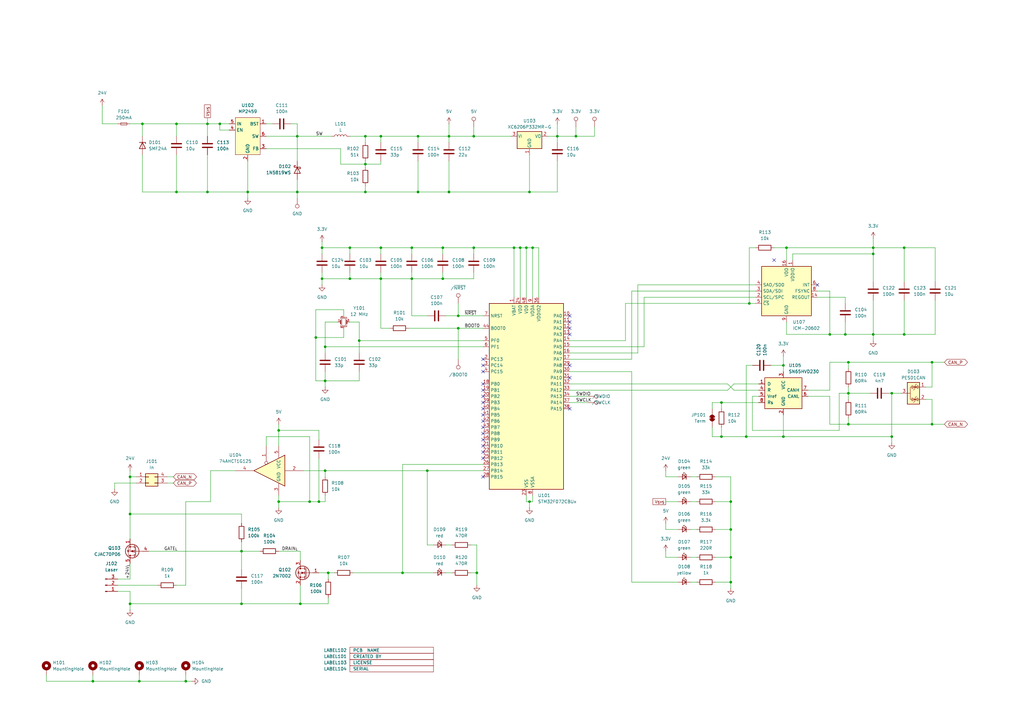
<source format=kicad_sch>
(kicad_sch (version 20250114) (generator "eeschema") (generator_version "9.0")
  (paper "A3")
  (title_block (title "CANbus Laser Toolhead PCB") (date "2025-12-09") (rev "${PROJEKT_REV}") (company "Eduard Iten") (comment 1 "CC BY-NC-SA 4.0"))
  (junction (at 187.96 129.54))
  (junction (at 306.07 179.07))
  (junction (at 358.14 101.6))
  (junction (at 171.45 55.88))
  (junction (at 127 205.74))
  (junction (at 149.86 78.74))
  (junction (at 121.92 78.74))
  (junction (at 90.17 50.8))
  (junction (at 168.91 101.6))
  (junction (at 217.17 205.74))
  (junction (at 53.34 247.65))
  (junction (at 340.36 137.16))
  (junction (at 99.06 247.65))
  (junction (at 133.35 142.24))
  (junction (at 123.19 247.65))
  (junction (at 215.9 101.6))
  (junction (at 365.76 179.07))
  (junction (at 133.35 193.04))
  (junction (at 236.22 55.88))
  (junction (at 147.32 139.7))
  (junction (at 76.2 279.4))
  (junction (at 72.39 50.8))
  (junction (at 347.98 173.99))
  (junction (at 132.08 114.3))
  (junction (at 133.35 156.21))
  (junction (at 130.81 205.74))
  (junction (at 121.92 55.88))
  (junction (at 321.31 179.07))
  (junction (at 156.21 114.3))
  (junction (at 85.09 50.8))
  (junction (at 382.27 148.59))
  (junction (at 299.72 228.6))
  (junction (at 217.17 78.74))
  (junction (at 358.14 104.14))
  (junction (at 53.34 195.58))
  (junction (at 171.45 78.74))
  (junction (at 99.06 226.06))
  (junction (at 307.34 124.46))
  (junction (at 114.3 205.74))
  (junction (at 181.61 114.3))
  (junction (at 370.84 137.16))
  (junction (at 175.26 193.04))
  (junction (at 149.86 55.88))
  (junction (at 194.31 55.88))
  (junction (at 143.51 114.3))
  (junction (at 322.58 101.6))
  (junction (at 181.61 101.6))
  (junction (at 347.98 161.29))
  (junction (at 370.84 101.6))
  (junction (at 295.91 179.07))
  (junction (at 358.14 137.16))
  (junction (at 156.21 55.88))
  (junction (at 218.44 101.6))
  (junction (at 58.42 50.8))
  (junction (at 132.08 101.6))
  (junction (at 101.6 78.74))
  (junction (at 134.62 234.95))
  (junction (at 346.71 137.16))
  (junction (at 321.31 149.86))
  (junction (at 165.1 234.95))
  (junction (at 72.39 78.74))
  (junction (at 382.27 173.99))
  (junction (at 295.91 165.1))
  (junction (at 53.34 210.82))
  (junction (at 195.58 234.95))
  (junction (at 213.36 101.6))
  (junction (at 156.21 101.6))
  (junction (at 38.1 279.4))
  (junction (at 228.6 55.88))
  (junction (at 143.51 101.6))
  (junction (at 365.76 161.29))
  (junction (at 299.72 217.17))
  (junction (at 210.82 101.6))
  (junction (at 347.98 148.59))
  (junction (at 114.3 176.53))
  (junction (at 149.86 67.31))
  (junction (at 194.31 101.6))
  (junction (at 299.72 238.76))
  (junction (at 184.15 55.88))
  (junction (at 85.09 78.74))
  (junction (at 57.15 279.4))
  (junction (at 129.54 138.43))
  (junction (at 187.96 134.62))
  (junction (at 299.72 205.74))
  (junction (at 168.91 114.3))
  (junction (at 184.15 78.74))
  (no_connect (at 233.68 167.64))
  (no_connect (at 198.12 165.1))
  (no_connect (at 198.12 195.58))
  (no_connect (at 233.68 154.94))
  (no_connect (at 198.12 162.56))
  (no_connect (at 198.12 157.48))
  (no_connect (at 233.68 137.16))
  (no_connect (at 198.12 172.72))
  (no_connect (at 233.68 129.54))
  (no_connect (at 198.12 152.4))
  (no_connect (at 317.5 106.68))
  (no_connect (at 233.68 134.62))
  (no_connect (at 198.12 187.96))
  (no_connect (at 198.12 175.26))
  (no_connect (at 198.12 185.42))
  (no_connect (at 233.68 149.86))
  (no_connect (at 335.28 116.84))
  (no_connect (at 198.12 160.02))
  (no_connect (at 198.12 147.32))
  (no_connect (at 198.12 149.86))
  (no_connect (at 233.68 132.08))
  (no_connect (at 198.12 182.88))
  (no_connect (at 198.12 177.8))
  (no_connect (at 198.12 180.34))
  (no_connect (at 198.12 167.64))
  (no_connect (at 198.12 170.18))
  (wire (pts (xy 293.37 205.74) (xy 299.72 205.74)))
  (wire (pts (xy 295.91 175.26) (xy 295.91 179.07)))
  (wire (pts (xy 57.15 279.4) (xy 38.1 279.4)))
  (wire (pts (xy 308.61 149.86) (xy 306.07 149.86)))
  (wire (pts (xy 299.72 228.6) (xy 299.72 238.76)))
  (wire (pts (xy 217.17 205.74) (xy 218.44 205.74)))
  (wire (pts (xy 283.21 228.6) (xy 285.75 228.6)))
  (wire (pts (xy 109.22 182.88) (xy 109.22 179.07)))
  (wire (pts (xy 340.36 119.38) (xy 340.36 137.16)))
  (wire (pts (xy 147.32 156.21) (xy 147.32 152.4)))
  (wire (pts (xy 215.9 121.92) (xy 215.9 101.6)))
  (wire (pts (xy 307.34 124.46) (xy 307.34 101.6)))
  (wire (pts (xy 233.68 147.32) (xy 259.08 147.32)))
  (wire (pts (xy 121.92 55.88) (xy 121.92 50.8)))
  (wire (pts (xy 149.86 78.74) (xy 171.45 78.74)))
  (wire (pts (xy 358.14 137.16) (xy 358.14 139.7)))
  (wire (pts (xy 121.92 55.88) (xy 135.89 55.88)))
  (wire (pts (xy 48.26 237.49) (xy 53.34 237.49)))
  (wire (pts (xy 168.91 111.76) (xy 168.91 114.3)))
  (wire (pts (xy 133.35 142.24) (xy 133.35 144.78)))
  (wire (pts (xy 283.21 205.74) (xy 285.75 205.74)))
  (wire (pts (xy 331.47 160.02) (xy 340.36 160.02)))
  (wire (pts (xy 58.42 55.88) (xy 58.42 50.8)))
  (wire (pts (xy 156.21 67.31) (xy 149.86 67.31)))
  (wire (pts (xy 85.09 63.5) (xy 85.09 78.74)))
  (wire (pts (xy 53.34 242.57) (xy 53.34 247.65)))
  (wire (pts (xy 194.31 52.07) (xy 194.31 55.88)))
  (wire (pts (xy 133.35 152.4) (xy 133.35 156.21)))
  (wire (pts (xy 292.1 167.64) (xy 292.1 165.1)))
  (wire (pts (xy 346.71 121.92) (xy 346.71 124.46)))
  (wire (pts (xy 365.76 179.07) (xy 365.76 181.61)))
  (wire (pts (xy 321.31 146.05) (xy 321.31 149.86)))
  (wire (pts (xy 114.3 182.88) (xy 114.3 176.53)))
  (wire (pts (xy 233.68 162.56) (xy 241.3 162.56)))
  (wire (pts (xy 358.14 97.79) (xy 358.14 101.6)))
  (wire (pts (xy 134.62 234.95) (xy 134.62 237.49)))
  (wire (pts (xy 72.39 55.88) (xy 72.39 50.8)))
  (wire (pts (xy 143.51 101.6) (xy 156.21 101.6)))
  (wire (pts (xy 127 179.07) (xy 127 205.74)))
  (wire (pts (xy 130.81 234.95) (xy 134.62 234.95)))
  (wire (pts (xy 171.45 55.88) (xy 171.45 58.42)))
  (wire (pts (xy 228.6 55.88) (xy 228.6 58.42)))
  (wire (pts (xy 347.98 148.59) (xy 382.27 148.59)))
  (wire (pts (xy 133.35 132.08) (xy 138.43 132.08)))
  (wire (pts (xy 171.45 78.74) (xy 184.15 78.74)))
  (wire (pts (xy 156.21 66.04) (xy 156.21 67.31)))
  (wire (pts (xy 228.6 50.8) (xy 228.6 55.88)))
  (wire (pts (xy 121.92 73.66) (xy 121.92 78.74)))
  (wire (pts (xy 114.3 173.99) (xy 114.3 176.53)))
  (wire (pts (xy 85.09 78.74) (xy 101.6 78.74)))
  (wire (pts (xy 143.51 114.3) (xy 132.08 114.3)))
  (wire (pts (xy 133.35 156.21) (xy 147.32 156.21)))
  (wire (pts (xy 295.91 165.1) (xy 311.15 165.1)))
  (wire (pts (xy 243.84 55.88) (xy 236.22 55.88)))
  (wire (pts (xy 156.21 101.6) (xy 168.91 101.6)))
  (wire (pts (xy 340.36 173.99) (xy 347.98 173.99)))
  (wire (pts (xy 299.72 195.58) (xy 299.72 205.74)))
  (wire (pts (xy 264.16 121.92) (xy 309.88 121.92)))
  (wire (pts (xy 364.49 161.29) (xy 365.76 161.29)))
  (wire (pts (xy 134.62 245.11) (xy 134.62 247.65)))
  (wire (pts (xy 217.17 63.5) (xy 217.17 78.74)))
  (wire (pts (xy 293.37 195.58) (xy 299.72 195.58)))
  (wire (pts (xy 140.97 138.43) (xy 129.54 138.43)))
  (wire (pts (xy 228.6 66.04) (xy 228.6 78.74)))
  (wire (pts (xy 109.22 50.8) (xy 111.76 50.8)))
  (wire (pts (xy 298.45 160.02) (xy 300.99 157.48)))
  (wire (pts (xy 93.98 53.34) (xy 90.17 53.34)))
  (wire (pts (xy 358.14 104.14) (xy 358.14 115.57)))
  (wire (pts (xy 48.26 50.8) (xy 41.91 50.8)))
  (wire (pts (xy 335.28 121.92) (xy 346.71 121.92)))
  (wire (pts (xy 55.88 195.58) (xy 53.34 195.58)))
  (wire (pts (xy 134.62 234.95) (xy 137.16 234.95)))
  (wire (pts (xy 46.99 198.12) (xy 55.88 198.12)))
  (wire (pts (xy 335.28 119.38) (xy 340.36 119.38)))
  (wire (pts (xy 72.39 78.74) (xy 85.09 78.74)))
  (wire (pts (xy 114.3 205.74) (xy 114.3 203.2)))
  (wire (pts (xy 340.36 148.59) (xy 347.98 148.59)))
  (wire (pts (xy 53.34 247.65) (xy 53.34 250.19)))
  (wire (pts (xy 233.68 139.7) (xy 256.54 139.7)))
  (wire (pts (xy 347.98 173.99) (xy 347.98 171.45)))
  (wire (pts (xy 383.54 123.19) (xy 383.54 137.16)))
  (wire (pts (xy 101.6 78.74) (xy 121.92 78.74)))
  (wire (pts (xy 317.5 101.6) (xy 322.58 101.6)))
  (wire (pts (xy 85.09 50.8) (xy 85.09 55.88)))
  (wire (pts (xy 140.97 134.62) (xy 140.97 138.43)))
  (wire (pts (xy 129.54 127) (xy 129.54 138.43)))
  (wire (pts (xy 187.96 134.62) (xy 187.96 147.32)))
  (wire (pts (xy 184.15 78.74) (xy 184.15 66.04)))
  (wire (pts (xy 160.02 134.62) (xy 156.21 134.62)))
  (wire (pts (xy 293.37 228.6) (xy 299.72 228.6)))
  (wire (pts (xy 99.06 226.06) (xy 106.68 226.06)))
  (wire (pts (xy 175.26 129.54) (xy 168.91 129.54)))
  (wire (pts (xy 132.08 99.06) (xy 132.08 101.6)))
  (wire (pts (xy 295.91 167.64) (xy 295.91 165.1)))
  (wire (pts (xy 346.71 137.16) (xy 358.14 137.16)))
  (wire (pts (xy 370.84 101.6) (xy 383.54 101.6)))
  (wire (pts (xy 347.98 161.29) (xy 347.98 163.83)))
  (wire (pts (xy 139.7 67.31) (xy 149.86 67.31)))
  (wire (pts (xy 195.58 234.95) (xy 195.58 240.03)))
  (wire (pts (xy 193.04 234.95) (xy 195.58 234.95)))
  (wire (pts (xy 340.36 160.02) (xy 340.36 148.59)))
  (wire (pts (xy 322.58 132.08) (xy 322.58 137.16)))
  (wire (pts (xy 99.06 226.06) (xy 99.06 233.68)))
  (wire (pts (xy 292.1 165.1) (xy 295.91 165.1)))
  (wire (pts (xy 195.58 223.52) (xy 195.58 234.95)))
  (wire (pts (xy 299.72 217.17) (xy 299.72 228.6)))
  (wire (pts (xy 114.3 205.74) (xy 114.3 208.28)))
  (wire (pts (xy 130.81 187.96) (xy 130.81 205.74)))
  (wire (pts (xy 321.31 149.86) (xy 321.31 152.4)))
  (wire (pts (xy 177.8 223.52) (xy 175.26 223.52)))
  (wire (pts (xy 130.81 205.74) (xy 127 205.74)))
  (wire (pts (xy 306.07 149.86) (xy 306.07 179.07)))
  (wire (pts (xy 144.78 234.95) (xy 165.1 234.95)))
  (wire (pts (xy 53.34 195.58) (xy 53.34 193.04)))
  (wire (pts (xy 298.45 157.48) (xy 300.99 160.02)))
  (wire (pts (xy 53.34 210.82) (xy 53.34 220.98)))
  (wire (pts (xy 184.15 55.88) (xy 194.31 55.88)))
  (wire (pts (xy 48.26 242.57) (xy 53.34 242.57)))
  (wire (pts (xy 114.3 226.06) (xy 123.19 226.06)))
  (wire (pts (xy 101.6 78.74) (xy 101.6 81.28)))
  (wire (pts (xy 307.34 101.6) (xy 309.88 101.6)))
  (wire (pts (xy 321.31 179.07) (xy 365.76 179.07)))
  (wire (pts (xy 99.06 214.63) (xy 99.06 210.82)))
  (wire (pts (xy 156.21 114.3) (xy 168.91 114.3)))
  (wire (pts (xy 133.35 193.04) (xy 124.46 193.04)))
  (wire (pts (xy 256.54 124.46) (xy 307.34 124.46)))
  (wire (pts (xy 133.35 205.74) (xy 130.81 205.74)))
  (wire (pts (xy 379.73 163.83) (xy 382.27 163.83)))
  (wire (pts (xy 86.36 193.04) (xy 96.52 193.04)))
  (wire (pts (xy 184.15 58.42) (xy 184.15 55.88)))
  (wire (pts (xy 383.54 115.57) (xy 383.54 101.6)))
  (wire (pts (xy 365.76 161.29) (xy 369.57 161.29)))
  (wire (pts (xy 184.15 50.8) (xy 184.15 55.88)))
  (wire (pts (xy 133.35 193.04) (xy 175.26 193.04)))
  (wire (pts (xy 168.91 129.54) (xy 168.91 114.3)))
  (wire (pts (xy 259.08 119.38) (xy 309.88 119.38)))
  (wire (pts (xy 382.27 158.75) (xy 382.27 148.59)))
  (wire (pts (xy 109.22 179.07) (xy 127 179.07)))
  (wire (pts (xy 85.09 50.8) (xy 90.17 50.8)))
  (wire (pts (xy 147.32 139.7) (xy 198.12 139.7)))
  (wire (pts (xy 156.21 134.62) (xy 156.21 114.3)))
  (wire (pts (xy 370.84 123.19) (xy 370.84 137.16)))
  (wire (pts (xy 340.36 137.16) (xy 346.71 137.16)))
  (wire (pts (xy 224.79 55.88) (xy 228.6 55.88)))
  (wire (pts (xy 127 205.74) (xy 114.3 205.74)))
  (wire (pts (xy 194.31 101.6) (xy 210.82 101.6)))
  (wire (pts (xy 109.22 60.96) (xy 139.7 60.96)))
  (wire (pts (xy 130.81 176.53) (xy 130.81 180.34)))
  (wire (pts (xy 149.86 55.88) (xy 149.86 58.42)))
  (wire (pts (xy 220.98 101.6) (xy 220.98 121.92)))
  (wire (pts (xy 358.14 137.16) (xy 370.84 137.16)))
  (wire (pts (xy 309.88 124.46) (xy 307.34 124.46)))
  (wire (pts (xy 187.96 124.46) (xy 187.96 129.54)))
  (wire (pts (xy 218.44 101.6) (xy 220.98 101.6)))
  (wire (pts (xy 133.35 156.21) (xy 133.35 158.75)))
  (wire (pts (xy 133.35 142.24) (xy 133.35 132.08)))
  (wire (pts (xy 347.98 161.29) (xy 347.98 158.75)))
  (wire (pts (xy 194.31 55.88) (xy 209.55 55.88)))
  (wire (pts (xy 217.17 78.74) (xy 184.15 78.74)))
  (wire (pts (xy 53.34 210.82) (xy 99.06 210.82)))
  (wire (pts (xy 340.36 162.56) (xy 340.36 173.99)))
  (wire (pts (xy 215.9 203.2) (xy 215.9 205.74)))
  (wire (pts (xy 278.13 217.17) (xy 273.05 217.17)))
  (wire (pts (xy 321.31 170.18) (xy 321.31 179.07)))
  (wire (pts (xy 143.51 111.76) (xy 143.51 114.3)))
  (wire (pts (xy 210.82 121.92) (xy 210.82 101.6)))
  (wire (pts (xy 68.58 195.58) (xy 71.12 195.58)))
  (wire (pts (xy 256.54 124.46) (xy 256.54 139.7)))
  (wire (pts (xy 147.32 132.08) (xy 147.32 139.7)))
  (wire (pts (xy 259.08 147.32) (xy 259.08 119.38)))
  (wire (pts (xy 171.45 55.88) (xy 184.15 55.88)))
  (wire (pts (xy 233.68 152.4) (xy 259.08 152.4)))
  (wire (pts (xy 121.92 50.8) (xy 119.38 50.8)))
  (wire (pts (xy 143.51 132.08) (xy 147.32 132.08)))
  (wire (pts (xy 264.16 121.92) (xy 264.16 142.24)))
  (wire (pts (xy 68.58 198.12) (xy 71.12 198.12)))
  (wire (pts (xy 233.68 157.48) (xy 298.45 157.48)))
  (wire (pts (xy 168.91 101.6) (xy 168.91 104.14)))
  (wire (pts (xy 322.58 137.16) (xy 340.36 137.16)))
  (wire (pts (xy 76.2 240.03) (xy 76.2 205.74)))
  (wire (pts (xy 156.21 55.88) (xy 156.21 58.42)))
  (wire (pts (xy 165.1 190.5) (xy 198.12 190.5)))
  (wire (pts (xy 99.06 241.3) (xy 99.06 247.65)))
  (wire (pts (xy 123.19 247.65) (xy 99.06 247.65)))
  (wire (pts (xy 187.96 129.54) (xy 198.12 129.54)))
  (wire (pts (xy 72.39 63.5) (xy 72.39 78.74)))
  (wire (pts (xy 149.86 66.04) (xy 149.86 67.31)))
  (wire (pts (xy 165.1 190.5) (xy 165.1 234.95)))
  (wire (pts (xy 133.35 203.2) (xy 133.35 205.74)))
  (wire (pts (xy 165.1 234.95) (xy 177.8 234.95)))
  (wire (pts (xy 175.26 193.04) (xy 198.12 193.04)))
  (wire (pts (xy 308.61 162.56) (xy 308.61 176.53)))
  (wire (pts (xy 300.99 157.48) (xy 311.15 157.48)))
  (wire (pts (xy 379.73 158.75) (xy 382.27 158.75)))
  (wire (pts (xy 182.88 223.52) (xy 185.42 223.52)))
  (wire (pts (xy 171.45 66.04) (xy 171.45 78.74)))
  (wire (pts (xy 181.61 101.6) (xy 194.31 101.6)))
  (wire (pts (xy 149.86 55.88) (xy 143.51 55.88)))
  (wire (pts (xy 243.84 52.07) (xy 243.84 55.88)))
  (wire (pts (xy 370.84 137.16) (xy 383.54 137.16)))
  (wire (pts (xy 181.61 101.6) (xy 181.61 104.14)))
  (wire (pts (xy 147.32 139.7) (xy 147.32 144.78)))
  (wire (pts (xy 194.31 101.6) (xy 194.31 104.14)))
  (wire (pts (xy 114.3 176.53) (xy 130.81 176.53)))
  (wire (pts (xy 78.74 279.4) (xy 76.2 279.4)))
  (wire (pts (xy 168.91 101.6) (xy 181.61 101.6)))
  (wire (pts (xy 273.05 228.6) (xy 273.05 226.06)))
  (wire (pts (xy 140.97 127) (xy 129.54 127)))
  (wire (pts (xy 228.6 78.74) (xy 217.17 78.74)))
  (wire (pts (xy 346.71 132.08) (xy 346.71 137.16)))
  (wire (pts (xy 382.27 173.99) (xy 387.35 173.99)))
  (wire (pts (xy 308.61 176.53) (xy 344.17 176.53)))
  (wire (pts (xy 236.22 55.88) (xy 228.6 55.88)))
  (wire (pts (xy 99.06 222.25) (xy 99.06 226.06)))
  (wire (pts (xy 300.99 160.02) (xy 311.15 160.02)))
  (wire (pts (xy 358.14 101.6) (xy 358.14 104.14)))
  (wire (pts (xy 143.51 104.14) (xy 143.51 101.6)))
  (wire (pts (xy 156.21 55.88) (xy 171.45 55.88)))
  (wire (pts (xy 283.21 217.17) (xy 285.75 217.17)))
  (wire (pts (xy 53.34 247.65) (xy 99.06 247.65)))
  (wire (pts (xy 215.9 205.74) (xy 217.17 205.74)))
  (wire (pts (xy 322.58 101.6) (xy 358.14 101.6)))
  (wire (pts (xy 101.6 66.04) (xy 101.6 78.74)))
  (wire (pts (xy 140.97 129.54) (xy 140.97 127)))
  (wire (pts (xy 218.44 101.6) (xy 218.44 121.92)))
  (wire (pts (xy 19.05 279.4) (xy 19.05 276.86)))
  (wire (pts (xy 76.2 205.74) (xy 86.36 205.74)))
  (wire (pts (xy 132.08 104.14) (xy 132.08 101.6)))
  (wire (pts (xy 76.2 240.03) (xy 72.39 240.03)))
  (wire (pts (xy 57.15 276.86) (xy 57.15 279.4)))
  (wire (pts (xy 132.08 111.76) (xy 132.08 114.3)))
  (wire (pts (xy 38.1 279.4) (xy 19.05 279.4)))
  (wire (pts (xy 60.96 226.06) (xy 99.06 226.06)))
  (wire (pts (xy 194.31 114.3) (xy 181.61 114.3)))
  (wire (pts (xy 168.91 114.3) (xy 181.61 114.3)))
  (wire (pts (xy 149.86 67.31) (xy 149.86 68.58)))
  (wire (pts (xy 299.72 238.76) (xy 293.37 238.76)))
  (wire (pts (xy 261.62 144.78) (xy 261.62 116.84)))
  (wire (pts (xy 182.88 129.54) (xy 187.96 129.54)))
  (wire (pts (xy 149.86 78.74) (xy 149.86 76.2)))
  (wire (pts (xy 53.34 231.14) (xy 53.34 237.49)))
  (wire (pts (xy 156.21 114.3) (xy 143.51 114.3)))
  (wire (pts (xy 123.19 226.06) (xy 123.19 229.87)))
  (wire (pts (xy 215.9 101.6) (xy 218.44 101.6)))
  (wire (pts (xy 283.21 195.58) (xy 285.75 195.58)))
  (wire (pts (xy 139.7 60.96) (xy 139.7 67.31)))
  (wire (pts (xy 233.68 144.78) (xy 261.62 144.78)))
  (wire (pts (xy 273.05 195.58) (xy 278.13 195.58)))
  (wire (pts (xy 129.54 156.21) (xy 133.35 156.21)))
  (wire (pts (xy 292.1 175.26) (xy 292.1 179.07)))
  (wire (pts (xy 90.17 53.34) (xy 90.17 50.8)))
  (wire (pts (xy 64.77 240.03) (xy 48.26 240.03)))
  (wire (pts (xy 236.22 52.07) (xy 236.22 55.88)))
  (wire (pts (xy 76.2 279.4) (xy 57.15 279.4)))
  (wire (pts (xy 38.1 276.86) (xy 38.1 279.4)))
  (wire (pts (xy 58.42 78.74) (xy 72.39 78.74)))
  (wire (pts (xy 134.62 247.65) (xy 123.19 247.65)))
  (wire (pts (xy 76.2 276.86) (xy 76.2 279.4)))
  (wire (pts (xy 273.05 217.17) (xy 273.05 214.63)))
  (wire (pts (xy 344.17 161.29) (xy 347.98 161.29)))
  (wire (pts (xy 182.88 234.95) (xy 185.42 234.95)))
  (wire (pts (xy 382.27 148.59) (xy 387.35 148.59)))
  (wire (pts (xy 41.91 43.18) (xy 41.91 50.8)))
  (wire (pts (xy 344.17 176.53) (xy 344.17 161.29)))
  (wire (pts (xy 53.34 195.58) (xy 53.34 210.82)))
  (wire (pts (xy 273.05 205.74) (xy 278.13 205.74)))
  (wire (pts (xy 193.04 223.52) (xy 195.58 223.52)))
  (wire (pts (xy 233.68 160.02) (xy 298.45 160.02)))
  (wire (pts (xy 90.17 50.8) (xy 93.98 50.8)))
  (wire (pts (xy 156.21 111.76) (xy 156.21 114.3)))
  (wire (pts (xy 273.05 193.04) (xy 273.05 195.58)))
  (wire (pts (xy 316.23 149.86) (xy 321.31 149.86)))
  (wire (pts (xy 293.37 217.17) (xy 299.72 217.17)))
  (wire (pts (xy 259.08 152.4) (xy 259.08 238.76)))
  (wire (pts (xy 233.68 165.1) (xy 241.3 165.1)))
  (wire (pts (xy 218.44 205.74) (xy 218.44 203.2)))
  (wire (pts (xy 261.62 116.84) (xy 309.88 116.84)))
  (wire (pts (xy 194.31 111.76) (xy 194.31 114.3)))
  (wire (pts (xy 149.86 55.88) (xy 156.21 55.88)))
  (wire (pts (xy 181.61 111.76) (xy 181.61 114.3)))
  (wire (pts (xy 58.42 50.8) (xy 72.39 50.8)))
  (wire (pts (xy 295.91 179.07) (xy 306.07 179.07)))
  (wire (pts (xy 46.99 200.66) (xy 46.99 198.12)))
  (wire (pts (xy 292.1 179.07) (xy 295.91 179.07)))
  (wire (pts (xy 331.47 162.56) (xy 340.36 162.56)))
  (wire (pts (xy 325.12 106.68) (xy 325.12 104.14)))
  (wire (pts (xy 53.34 50.8) (xy 58.42 50.8)))
  (wire (pts (xy 347.98 173.99) (xy 382.27 173.99)))
  (wire (pts (xy 129.54 138.43) (xy 129.54 156.21)))
  (wire (pts (xy 72.39 50.8) (xy 85.09 50.8)))
  (wire (pts (xy 233.68 142.24) (xy 264.16 142.24)))
  (wire (pts (xy 156.21 104.14) (xy 156.21 101.6)))
  (wire (pts (xy 306.07 179.07) (xy 321.31 179.07)))
  (wire (pts (xy 85.09 48.26) (xy 85.09 50.8)))
  (wire (pts (xy 347.98 148.59) (xy 347.98 151.13)))
  (wire (pts (xy 358.14 137.16) (xy 358.14 123.19)))
  (wire (pts (xy 121.92 78.74) (xy 149.86 78.74)))
  (wire (pts (xy 259.08 238.76) (xy 278.13 238.76)))
  (wire (pts (xy 123.19 240.03) (xy 123.19 247.65)))
  (wire (pts (xy 325.12 104.14) (xy 358.14 104.14)))
  (wire (pts (xy 121.92 66.04) (xy 121.92 55.88)))
  (wire (pts (xy 133.35 142.24) (xy 198.12 142.24)))
  (wire (pts (xy 347.98 161.29) (xy 356.87 161.29)))
  (wire (pts (xy 213.36 101.6) (xy 215.9 101.6)))
  (wire (pts (xy 365.76 161.29) (xy 365.76 179.07)))
  (wire (pts (xy 213.36 121.92) (xy 213.36 101.6)))
  (wire (pts (xy 299.72 238.76) (xy 299.72 241.3)))
  (wire (pts (xy 121.92 81.28) (xy 121.92 78.74)))
  (wire (pts (xy 358.14 101.6) (xy 370.84 101.6)))
  (wire (pts (xy 167.64 134.62) (xy 187.96 134.62)))
  (wire (pts (xy 299.72 205.74) (xy 299.72 217.17)))
  (wire (pts (xy 58.42 63.5) (xy 58.42 78.74)))
  (wire (pts (xy 210.82 101.6) (xy 213.36 101.6)))
  (wire (pts (xy 132.08 114.3) (xy 132.08 116.84)))
  (wire (pts (xy 175.26 193.04) (xy 175.26 223.52)))
  (wire (pts (xy 187.96 134.62) (xy 198.12 134.62)))
  (wire (pts (xy 86.36 193.04) (xy 86.36 205.74)))
  (wire (pts (xy 109.22 55.88) (xy 121.92 55.88)))
  (wire (pts (xy 133.35 195.58) (xy 133.35 193.04)))
  (wire (pts (xy 322.58 106.68) (xy 322.58 101.6)))
  (wire (pts (xy 217.17 205.74) (xy 217.17 208.28)))
  (wire (pts (xy 370.84 101.6) (xy 370.84 115.57)))
  (wire (pts (xy 132.08 101.6) (xy 143.51 101.6)))
  (wire (pts (xy 278.13 228.6) (xy 273.05 228.6)))
  (wire (pts (xy 283.21 238.76) (xy 285.75 238.76)))
  (wire (pts (xy 311.15 162.56) (xy 308.61 162.56)))
  (wire (pts (xy 382.27 163.83) (xy 382.27 173.99)))
  (label "SWDIO" (at 236.22 162.56 0))
  (label "SWCLK" (at 236.22 165.1 0))
  (label "SW" (at 129.54 55.88 0))
  (label "BOOT0" (at 190.5 134.62 0))
  (label "~{NRST}" (at 190.5 129.54 0))
  (label "GATE_{L}" (at 67.31 226.06 0))
  (label "DRAIN_{L}" (at 115.57 226.06 0))
  (label "+24V_{L}" (at 53.34 237.49 90))
  (global_label "V_{SYS}" (shape passive) (at 273.05 205.74 180) (property "Intersheetrefs" "${INTERSHEET_REFS}" (effects (hide yes))))
  (global_label "CAN_N" (shape bidirectional) (at 71.12 195.58 0) (property "Intersheetrefs" "${INTERSHEET_REFS}" (effects (hide yes))))
  (global_label "CAN_P" (shape bidirectional) (at 71.12 198.12 0) (property "Intersheetrefs" "${INTERSHEET_REFS}" (effects (hide yes))))
  (global_label "CAN_P" (shape bidirectional) (at 387.35 148.59 0) (property "Intersheetrefs" "${INTERSHEET_REFS}" (effects (hide yes))))
  (global_label "CAN_N" (shape bidirectional) (at 387.35 173.99 0) (property "Intersheetrefs" "${INTERSHEET_REFS}" (effects (hide yes))))
  (global_label "V_{SYS}" (shape passive) (at 85.09 48.26 90) (property "Intersheetrefs" "${INTERSHEET_REFS}" (effects (hide yes))))
  (symbol (lib_id "Device:LED_Small") (at 280.67 228.6 0) (mirror y) (unit 1)
    (property "Reference" "D107" (at 280.6065 222.25 0))
    (property "Value" "green" (at 280.6065 224.79 0))
    (property "Footprint" "LED_SMD:LED_0805_2012Metric" (effects (hide yes)))
    (property "Description" "Light emitting diode, small symbol" (effects (hide yes)))
    (property "Sim.Pin" "1=K 2=A" (effects (hide yes)))
    (property "Manufacturer Part #" "KT-0805G" (effects (hide yes)))
    (property "LCSC Part #" "C2297" (effects (hide yes)))
  )
  (symbol (lib_id "Device:C") (at 370.84 119.38 0) (unit 1)
    (property "Reference" "C123" (at 374.65 118.1099 0) (effects (justify left)))
    (property "Value" "100n" (at 374.65 120.6499 0) (effects (justify left)))
    (property "Footprint" "Capacitor_SMD:C_0402_1005Metric" (effects (hide yes)))
    (property "Description" "Unpolarized capacitor" (effects (hide yes)))
    (property "LCSC Part #" "C307331" (effects (hide yes)))
    (property "Manufacturer Part #" "CL05B104KB54PNC" (effects (hide yes)))
  )
  (symbol (lib_id "Device:C") (at 156.21 107.95 0) (unit 1)
    (property "Reference" "C105" (at 160.02 106.6799 0) (effects (justify left)))
    (property "Value" "100n" (at 160.02 109.2199 0) (effects (justify left)))
    (property "Footprint" "Capacitor_SMD:C_0402_1005Metric" (effects (hide yes)))
    (property "Description" "Unpolarized capacitor" (effects (hide yes)))
    (property "LCSC Part #" "C307331" (effects (hide yes)))
    (property "Manufacturer Part #" "CL05B104KB54PNC" (effects (hide yes)))
  )
  (symbol (lib_id "Device:C") (at 184.15 62.23 0) (mirror y) (unit 1)
    (property "Reference" "C112" (at 187.96 60.9599 0) (effects (justify right)))
    (property "Value" "22u" (at 187.96 63.4999 0) (effects (justify right)))
    (property "Footprint" "Capacitor_SMD:C_0805_2012Metric" (effects (hide yes)))
    (property "Description" "Unpolarized capacitor" (effects (hide yes)))
    (property "Manufacturer Part #" "CL21A226MAQNNNE" (effects (hide yes)))
    (property "LCSC Part #" "C45783" (effects (hide yes)))
  )
  (symbol (lib_id "Sensor_Motion:ICM-20602") (at 322.58 119.38 0) (unit 1)
    (property "Reference" "U107" (at 325.12 132.08 0) (effects (justify left)))
    (property "Value" "ICM-20602" (at 325.12 134.62 0) (effects (justify left)))
    (property "Footprint" "Package_LGA:LGA-16_3x3mm_P0.5mm_LayoutBorder3x5y" (effects (hide yes)))
    (property "Datasheet" "http://www.invensense.com/wp-content/uploads/2016/10/DS-000176-ICM-20602-v1.0.pdf" (effects (hide yes)))
    (property "Description" "High performance 6-Axis MEMS motion tracking, SPI/I2C interface, LGA-16" (effects (hide yes)))
  )
  (symbol (lib_id "Connector:TestPoint") (at 243.84 52.07 0) (unit 1) (in_bom no)
    (property "Reference" "TP108" (effects (hide yes)))
    (property "Value" "${NET_NAME(1)}" (at 243.84 45.72 0))
    (property "Footprint" "prj:NAMED_TEST_POINT" (effects (hide yes)))
    (property "Description" "test point" (effects (hide yes)))
  )
  (symbol (lib_id "Device:Crystal_GND24_Small") (at 140.97 132.08 0) (unit 1)
    (property "Reference" "Y101" (at 147.32 126.3582 0))
    (property "Value" "12 MHz" (at 147.32 128.8982 0))
    (property "Footprint" "Crystal:Crystal_SMD_3225-4Pin_3.2x2.5mm" (effects (hide yes)))
    (property "Description" "Four pin crystal, GND on pins 2 and 4, small symbol" (effects (hide yes)))
    (property "LCSC Part #" "C9002" (effects (hide yes)))
    (property "Manufacturer Part #" "X322512MSB4SI" (effects (hide yes)))
  )
  (symbol (lib_id "Connector:TestPoint") (at 241.3 165.1 270) (unit 1) (in_bom no)
    (property "Reference" "TP106" (effects (hide yes)))
    (property "Value" "${NET_NAME(1)}" (at 246.38 165.1 90) (effects (justify left)))
    (property "Footprint" "prj:NAMED_TEST_POINT" (effects (hide yes)))
    (property "Description" "test point" (effects (hide yes)))
  )
  (symbol (lib_id "power:GND") (at 53.34 250.19 0) (unit 1)
    (property "Reference" "#PWR0110" (effects (hide yes)))
    (property "Value" "GND" (at 53.34 255.27 0))
    (property "Description" "Power symbol creates a global label with name \"GND\" , ground" (effects (hide yes)))
  )
  (symbol (lib_id "power:GND") (at 78.74 279.4 90) (unit 1)
    (property "Reference" "#PWR0123" (effects (hide yes)))
    (property "Value" "GND" (at 82.55 279.3999 90) (effects (justify right)))
    (property "Description" "Power symbol creates a global label with name \"GND\" , ground" (effects (hide yes)))
  )
  (symbol (lib_id "Device:R") (at 149.86 62.23 0) (mirror y) (unit 1)
    (property "Reference" "R102" (at 147.32 60.9599 0) (effects (justify left)))
    (property "Value" "51k" (at 147.32 63.4999 0) (effects (justify left)))
    (property "Footprint" "Resistor_SMD:R_0402_1005Metric" (effects (hide yes)))
    (property "Description" "Resistor" (effects (hide yes)))
    (property "LCSC Part #" "C25794" (effects (hide yes)))
    (property "Manufacturer Part #" "0402WGF5102TCE" (effects (hide yes)))
  )
  (symbol (lib_id "power:GND") (at 195.58 240.03 0) (unit 1)
    (property "Reference" "#PWR0122" (effects (hide yes)))
    (property "Value" "GND" (at 195.58 245.11 0))
    (property "Description" "Power symbol creates a global label with name \"GND\" , ground" (effects (hide yes)))
  )
  (symbol (lib_id "Device:C") (at 132.08 107.95 0) (mirror y) (unit 1)
    (property "Reference" "C124" (at 135.89 106.6799 0) (effects (justify right)))
    (property "Value" "10u" (at 135.89 109.2199 0) (effects (justify right)))
    (property "Footprint" "Capacitor_SMD:C_0805_2012Metric" (effects (hide yes)))
    (property "Description" "Unpolarized capacitor" (effects (hide yes)))
    (property "Manufacturer Part #" "GRM21BR61H106KE43L" (effects (hide yes)))
    (property "LCSC Part #" "C440198" (effects (hide yes)))
  )
  (symbol (lib_id "Device:C") (at 171.45 62.23 0) (unit 1)
    (property "Reference" "C114" (at 175.26 60.9599 0) (effects (justify left)))
    (property "Value" "100n" (at 175.26 63.4999 0) (effects (justify left)))
    (property "Footprint" "Capacitor_SMD:C_0402_1005Metric" (effects (hide yes)))
    (property "Description" "Unpolarized capacitor" (effects (hide yes)))
    (property "LCSC Part #" "C307331" (effects (hide yes)))
    (property "Manufacturer Part #" "CL05B104KB54PNC" (effects (hide yes)))
  )
  (symbol (lib_id "Device:C") (at 194.31 107.95 0) (unit 1)
    (property "Reference" "C109" (at 198.12 106.6799 0) (effects (justify left)))
    (property "Value" "100n" (at 198.12 109.2199 0) (effects (justify left)))
    (property "Footprint" "Capacitor_SMD:C_0402_1005Metric" (effects (hide yes)))
    (property "Description" "Unpolarized capacitor" (effects (hide yes)))
    (property "LCSC Part #" "C307331" (effects (hide yes)))
    (property "Manufacturer Part #" "CL05B104KB54PNC" (effects (hide yes)))
  )
  (symbol (lib_id "Device:LED_Small") (at 180.34 234.95 0) (mirror y) (unit 1)
    (property "Reference" "D110" (at 180.2765 228.6 0))
    (property "Value" "red" (at 180.2765 231.14 0))
    (property "Footprint" "LED_SMD:LED_0603_1608Metric" (effects (hide yes)))
    (property "Description" "Light emitting diode, small symbol" (effects (hide yes)))
    (property "Sim.Pin" "1=K 2=A" (effects (hide yes)))
    (property "Manufacturer Part #" "KT-0603R" (effects (hide yes)))
    (property "LCSC Part #" "C2286" (effects (hide yes)))
  )
  (symbol (lib_id "Device:C") (at 358.14 119.38 0) (unit 1)
    (property "Reference" "C122" (at 361.95 118.1099 0) (effects (justify left)))
    (property "Value" "100n" (at 361.95 120.6499 0) (effects (justify left)))
    (property "Footprint" "Capacitor_SMD:C_0402_1005Metric" (effects (hide yes)))
    (property "Description" "Unpolarized capacitor" (effects (hide yes)))
    (property "LCSC Part #" "C307331" (effects (hide yes)))
    (property "Manufacturer Part #" "CL05B104KB54PNC" (effects (hide yes)))
  )
  (symbol (lib_id "Device:R") (at 289.56 195.58 90) (unit 1)
    (property "Reference" "R114" (at 289.56 189.23 90))
    (property "Value" "33k" (at 289.56 191.77 90))
    (property "Footprint" "Resistor_SMD:R_0402_1005Metric" (effects (hide yes)))
    (property "Description" "Resistor" (effects (hide yes)))
    (property "Manufacturer Part #" "0402WGF3302TCE" (effects (hide yes)))
    (property "LCSC Part #" "C25779" (effects (hide yes)))
  )
  (symbol (lib_id "Device:R") (at 133.35 199.39 180) (unit 1)
    (property "Reference" "R108" (at 135.89 198.1199 0) (effects (justify right)))
    (property "Value" "10k" (at 135.89 200.6599 0) (effects (justify right)))
    (property "Footprint" "Resistor_SMD:R_0402_1005Metric" (effects (hide yes)))
    (property "Description" "Resistor" (effects (hide yes)))
    (property "LCSC Part #" "C25744" (effects (hide yes)))
    (property "Manufacturer Part #" "0402WGF1002TCE" (effects (hide yes)))
  )
  (symbol (lib_id "Device:R") (at 189.23 223.52 90) (unit 1)
    (property "Reference" "R119" (at 189.23 217.17 90))
    (property "Value" "470R" (at 189.23 219.71 90))
    (property "Footprint" "Resistor_SMD:R_0402_1005Metric" (effects (hide yes)))
    (property "Description" "Resistor" (effects (hide yes)))
    (property "Manufacturer Part #" "0402WGF4700TCE" (effects (hide yes)))
    (property "LCSC Part #" "C25117" (effects (hide yes)))
  )
  (symbol (lib_id "Mechanical:MountingHole_Pad") (at 76.2 274.32 0) (unit 1) (in_bom no)
    (property "Reference" "H104" (at 78.74 271.7799 0) (effects (justify left)))
    (property "Value" "MountingHole" (at 78.74 274.3199 0) (effects (justify left)))
    (property "Footprint" "MountingHole:MountingHole_2.7mm_Pad_Via" (effects (hide yes)))
    (property "Description" "Mounting Hole with connection" (effects (hide yes)))
  )
  (symbol (lib_id "MCU_ST_STM32F0:STM32F072CBUx") (at 215.9 162.56 0) (unit 1)
    (property "Reference" "U101" (at 220.5833 203.2 0) (effects (justify left)))
    (property "Value" "STM32F072CBUx" (at 220.5833 205.74 0) (effects (justify left)))
    (property "Footprint" "Package_DFN_QFN:QFN-48-1EP_7x7mm_P0.5mm_EP5.6x5.6mm" (effects (hide yes)))
    (property "Datasheet" "https://www.st.com/resource/en/datasheet/stm32f072cb.pdf" (effects (hide yes)))
    (property "Description" "STMicroelectronics Arm Cortex-M0 MCU, 128KB flash, 16KB RAM, 48 MHz, 2.0-3.6V, 37 GPIO, UFQFPN48" (effects (hide yes)))
    (property "LCSC Part #" "C92504" (effects (hide yes)))
    (property "Manufacturer Part #" "STM32F072CBU6" (effects (hide yes)))
    (property "FT Rotation Offset" "180" (effects (hide yes)))
  )
  (symbol (lib_id "Device:C") (at 179.07 129.54 90) (unit 1)
    (property "Reference" "C107" (at 179.07 121.92 90))
    (property "Value" "100n" (at 179.07 124.46 90))
    (property "Footprint" "Capacitor_SMD:C_0402_1005Metric" (effects (hide yes)))
    (property "Description" "Unpolarized capacitor" (effects (hide yes)))
    (property "LCSC Part #" "C307331" (effects (hide yes)))
    (property "Manufacturer Part #" "CL05B104KB54PNC" (effects (hide yes)))
  )
  (symbol (lib_id "Device:C") (at 115.57 50.8 90) (unit 1)
    (property "Reference" "C111" (at 115.57 43.18 90))
    (property "Value" "100n" (at 115.57 45.72 90))
    (property "Footprint" "Capacitor_SMD:C_0402_1005Metric" (effects (hide yes)))
    (property "Description" "Unpolarized capacitor" (effects (hide yes)))
    (property "LCSC Part #" "C307331" (effects (hide yes)))
    (property "Manufacturer Part #" "CL05B104KB54PNC" (effects (hide yes)))
  )
  (symbol (lib_id "Device:R") (at 110.49 226.06 90) (unit 1)
    (property "Reference" "R104" (at 110.49 219.71 90))
    (property "Value" "100k" (at 110.49 222.25 90))
    (property "Footprint" "Resistor_SMD:R_0402_1005Metric" (effects (hide yes)))
    (property "Description" "Resistor" (effects (hide yes)))
    (property "LCSC Part #" "C25741" (effects (hide yes)))
    (property "Manufacturer Part #" "0402WGF1003TCE" (effects (hide yes)))
  )
  (symbol (lib_id "Device:R") (at 99.06 218.44 180) (unit 1)
    (property "Reference" "R105" (at 101.6 217.1699 0) (effects (justify right)))
    (property "Value" "100k" (at 101.6 219.7099 0) (effects (justify right)))
    (property "Footprint" "Resistor_SMD:R_0402_1005Metric" (effects (hide yes)))
    (property "Description" "Resistor" (effects (hide yes)))
    (property "LCSC Part #" "C25741" (effects (hide yes)))
    (property "Manufacturer Part #" "0402WGF1003TCE" (effects (hide yes)))
  )
  (symbol (lib_id "power:GND") (at 358.14 139.7 0) (unit 1)
    (property "Reference" "#PWR0117" (effects (hide yes)))
    (property "Value" "GND" (at 358.14 144.78 0))
    (property "Description" "Power symbol creates a global label with name \"GND\" , ground" (effects (hide yes)))
  )
  (symbol (lib_id "Device:Fuse_Small") (at 50.8 50.8 0) (unit 1)
    (property "Reference" "F101" (at 50.8 45.72 0))
    (property "Value" "250mA" (at 50.8 48.26 0))
    (property "Footprint" "Fuse:Fuse_0805_2012Metric" (effects (hide yes)))
    (property "Description" "Fuse, small symbol" (effects (hide yes)))
    (property "Manufacturer Part #" "LUTE 0805L025/36XR" (effects (hide yes)))
    (property "LCSC Part #" "C20608679" (effects (hide yes)))
  )
  (symbol (lib_id "power:+3.3V") (at 132.08 99.06 0) (unit 1)
    (property "Reference" "#PWR0102" (effects (hide yes)))
    (property "Value" "3.3V" (at 132.08 93.98 0))
    (property "Description" "Power symbol creates a global label with name \"+3.3V\"" (effects (hide yes)))
  )
  (symbol (lib_id "Connector_Generic:Conn_02x02_Counter_Clockwise") (at 60.96 195.58 0) (unit 1)
    (property "Reference" "J101" (at 62.23 189.23 0))
    (property "Value" "In" (at 62.23 191.77 0))
    (property "Footprint" "Connector_Molex:Molex_Micro-Fit_3.0_43045-0412_2x02_P3.00mm_Vertical" (effects (hide yes)))
    (property "Description" "Generic connector, double row, 02x02, counter clockwise pin numbering scheme (similar to DIP package numbering), script generated (kicad-library-utils/schlib/autogen/connector/)" (effects (hide yes)))
    (property "Manufacturer Part #" "M3025V-2x2P" (effects (hide yes)))
    (property "LCSC Part #" "C492540" (effects (hide yes)))
    (property "FT Rotation Offset" "180" (effects (hide yes)))
  )
  (symbol (lib_id "Connector:TestPoint") (at 241.3 162.56 270) (unit 1) (in_bom no)
    (property "Reference" "TP105" (effects (hide yes)))
    (property "Value" "${NET_NAME(1)}" (at 246.38 162.56 90) (effects (justify left)))
    (property "Footprint" "prj:NAMED_TEST_POINT" (effects (hide yes)))
    (property "Description" "test point" (effects (hide yes)))
  )
  (symbol (lib_id "prj:LABEL_LICENSE") (at 143.51 271.78 0) (unit 1) (in_bom no)
    (property "Reference" "LABEL103" (at 142.24 271.78 0) (effects (justify right)))
    (property "Value" "LICENSE" (at 144.78 271.78 0) (effects (justify left)))
    (property "Footprint" "prj:CC_BY_NC_SA 4" (effects (hide yes)))
  )
  (symbol (lib_id "Device:R") (at 149.86 72.39 0) (mirror y) (unit 1)
    (property "Reference" "R103" (at 147.32 71.1199 0) (effects (justify left)))
    (property "Value" "10k" (at 147.32 73.6599 0) (effects (justify left)))
    (property "Footprint" "Resistor_SMD:R_0402_1005Metric" (effects (hide yes)))
    (property "Description" "Resistor" (effects (hide yes)))
    (property "Manufacturer Part #" "0402WGF1002TCE" (effects (hide yes)))
    (property "LCSC Part #" "C25744" (effects (hide yes)))
  )
  (symbol (lib_id "prj:LABEL_CREATED_BY") (at 143.51 269.24 0) (unit 1) (in_bom no)
    (property "Reference" "LABEL101" (at 142.24 269.24 0) (effects (justify right)))
    (property "Value" "CREATED BY" (at 144.78 269.24 0) (effects (justify left)))
    (property "Footprint" "prj:EduardIten" (effects (hide yes)))
  )
  (symbol (lib_id "power:+3.3V") (at 321.31 146.05 0) (unit 1)
    (property "Reference" "#PWR0115" (effects (hide yes)))
    (property "Value" "3.3V" (at 321.31 140.97 0))
    (property "Description" "Power symbol creates a global label with name \"+3.3V\"" (effects (hide yes)))
  )
  (symbol (lib_id "Device:D_Schottky") (at 121.92 69.85 90) (mirror x) (unit 1)
    (property "Reference" "D102" (at 119.38 68.2624 90) (effects (justify left)))
    (property "Value" "1N5819WS" (at 119.38 70.8024 90) (effects (justify left)))
    (property "Footprint" "Diode_SMD:D_SOD-323" (effects (hide yes)))
    (property "Description" "Schottky diode" (effects (hide yes)))
    (property "Manufacturer Part #" "1N5819WS" (effects (hide yes)))
    (property "LCSC Part #" "C191023" (effects (hide yes)))
  )
  (symbol (lib_id "prj:LABEL_PCB_NAME") (at 143.51 266.7 0) (unit 1) (in_bom no)
    (property "Reference" "LABEL102" (at 142.24 266.7 0) (effects (justify right)))
    (property "Value" "PCB  NAME" (at 144.78 266.7 0) (effects (justify left)))
    (property "Footprint" "prj:CLT Rev. xxx" (effects (hide yes)))
  )
  (symbol (lib_id "Device:R") (at 313.69 101.6 90) (unit 1)
    (property "Reference" "R113" (at 313.69 95.25 90))
    (property "Value" "10k" (at 313.69 97.79 90))
    (property "Footprint" "Resistor_SMD:R_0402_1005Metric" (effects (hide yes)))
    (property "Description" "Resistor" (effects (hide yes)))
    (property "LCSC Part #" "C25744" (effects (hide yes)))
    (property "Manufacturer Part #" "0402WGF1002TCE" (effects (hide yes)))
  )
  (symbol (lib_id "Device:C") (at 147.32 148.59 0) (unit 1)
    (property "Reference" "C102" (at 151.13 147.3199 0) (effects (justify left)))
    (property "Value" "33p" (at 151.13 149.8599 0) (effects (justify left)))
    (property "Footprint" "Capacitor_SMD:C_0402_1005Metric" (effects (hide yes)))
    (property "Description" "Unpolarized capacitor" (effects (hide yes)))
    (property "LCSC Part #" "C1562" (effects (hide yes)))
    (property "Manufacturer Part #" "0402CG330J500NT" (effects (hide yes)))
  )
  (symbol (lib_id "power:+5V") (at 114.3 173.99 0) (unit 1)
    (property "Reference" "#PWR0112" (effects (hide yes)))
    (property "Value" "5V" (at 114.3 168.91 0))
    (property "Description" "Power symbol creates a global label with name \"+5V\"" (effects (hide yes)))
  )
  (symbol (lib_id "Device:R") (at 347.98 154.94 0) (unit 1)
    (property "Reference" "R110" (at 350.52 153.6699 0) (effects (justify left)))
    (property "Value" "60R4" (at 350.52 156.2099 0) (effects (justify left)))
    (property "Footprint" "Resistor_SMD:R_0402_1005Metric" (effects (hide yes)))
    (property "Description" "Resistor" (effects (hide yes)))
    (property "Manufacturer Part #" "0402WGF604JTCE" (effects (hide yes)))
    (property "LCSC Part #" "C60310" (effects (hide yes)))
  )
  (symbol (lib_id "power:GND") (at 299.72 241.3 0) (unit 1)
    (property "Reference" "#PWR0121" (effects (hide yes)))
    (property "Value" "GND" (at 299.72 246.38 0))
    (property "Description" "Power symbol creates a global label with name \"GND\" , ground" (effects (hide yes)))
  )
  (symbol (lib_id "Device:C") (at 156.21 62.23 0) (unit 1)
    (property "Reference" "C115" (at 160.02 60.9599 0) (effects (justify left)))
    (property "Value" "33p" (at 160.02 63.4999 0) (effects (justify left)))
    (property "Footprint" "Capacitor_SMD:C_0402_1005Metric" (effects (hide yes)))
    (property "Description" "Unpolarized capacitor" (effects (hide yes)))
    (property "Manufacturer Part #" "0402CG330J500NT" (effects (hide yes)))
    (property "LCSC Part #" "C1562" (effects (hide yes)))
  )
  (symbol (lib_id "Device:R") (at 347.98 167.64 0) (unit 1)
    (property "Reference" "R111" (at 350.52 166.3699 0) (effects (justify left)))
    (property "Value" "60R4" (at 350.52 168.9099 0) (effects (justify left)))
    (property "Footprint" "Resistor_SMD:R_0402_1005Metric" (effects (hide yes)))
    (property "Description" "Resistor" (effects (hide yes)))
    (property "Manufacturer Part #" "0402WGF604JTCE" (effects (hide yes)))
    (property "LCSC Part #" "C60310" (effects (hide yes)))
  )
  (symbol (lib_id "power:+24V") (at 53.34 193.04 0) (unit 1)
    (property "Reference" "#PWR0108" (effects (hide yes)))
    (property "Value" "24V" (at 53.34 187.96 0))
    (property "Description" "Power symbol creates a global label with name \"+24V\"" (effects (hide yes)))
  )
  (symbol (lib_id "Device:C") (at 346.71 128.27 0) (unit 1)
    (property "Reference" "C104" (at 350.52 126.9999 0) (effects (justify left)))
    (property "Value" "100n" (at 350.52 129.5399 0) (effects (justify left)))
    (property "Footprint" "Capacitor_SMD:C_0402_1005Metric" (effects (hide yes)))
    (property "Description" "Unpolarized capacitor" (effects (hide yes)))
    (property "LCSC Part #" "C307331" (effects (hide yes)))
    (property "Manufacturer Part #" "CL05B104KB54PNC" (effects (hide yes)))
  )
  (symbol (lib_id "Device:LED_Small") (at 280.67 238.76 0) (mirror y) (unit 1)
    (property "Reference" "D108" (at 280.6065 232.41 0))
    (property "Value" "yellow" (at 280.6065 234.95 0))
    (property "Footprint" "LED_SMD:LED_0805_2012Metric" (effects (hide yes)))
    (property "Description" "Light emitting diode, small symbol" (effects (hide yes)))
    (property "Sim.Pin" "1=K 2=A" (effects (hide yes)))
    (property "Manufacturer Part #" "KT-0805Y" (effects (hide yes)))
    (property "LCSC Part #" "C2296" (effects (hide yes)))
  )
  (symbol (lib_id "Device:C") (at 168.91 107.95 0) (unit 1)
    (property "Reference" "C106" (at 172.72 106.6799 0) (effects (justify left)))
    (property "Value" "100n" (at 172.72 109.2199 0) (effects (justify left)))
    (property "Footprint" "Capacitor_SMD:C_0402_1005Metric" (effects (hide yes)))
    (property "Description" "Unpolarized capacitor" (effects (hide yes)))
    (property "LCSC Part #" "C307331" (effects (hide yes)))
    (property "Manufacturer Part #" "CL05B104KB54PNC" (effects (hide yes)))
  )
  (symbol (lib_id "Device:LED_Small") (at 280.67 205.74 0) (mirror y) (unit 1)
    (property "Reference" "D105" (at 280.6065 199.39 0))
    (property "Value" "green" (at 280.6065 201.93 0))
    (property "Footprint" "LED_SMD:LED_0805_2012Metric" (effects (hide yes)))
    (property "Description" "Light emitting diode, small symbol" (effects (hide yes)))
    (property "Sim.Pin" "1=K 2=A" (effects (hide yes)))
    (property "Manufacturer Part #" "KT-0805G" (effects (hide yes)))
    (property "LCSC Part #" "C2297" (effects (hide yes)))
  )
  (symbol (lib_id "Device:R") (at 289.56 217.17 90) (unit 1)
    (property "Reference" "R116" (at 289.56 210.82 90))
    (property "Value" "3.3k" (at 289.56 213.36 90))
    (property "Footprint" "Resistor_SMD:R_0402_1005Metric" (effects (hide yes)))
    (property "Description" "Resistor" (effects (hide yes)))
    (property "Manufacturer Part #" "0402WGF3301TCE" (effects (hide yes)))
    (property "LCSC Part #" "C25890" (effects (hide yes)))
  )
  (symbol (lib_id "Connector:TestPoint") (at 187.96 147.32 180) (unit 1) (in_bom no)
    (property "Reference" "TP107" (effects (hide yes)))
    (property "Value" "${NET_NAME(1)}" (at 187.96 153.67 0))
    (property "Footprint" "prj:NAMED_TEST_POINT" (effects (hide yes)))
    (property "Description" "test point" (effects (hide yes)))
  )
  (symbol (lib_id "Connector:TestPoint") (at 187.96 124.46 0) (unit 1) (in_bom no)
    (property "Reference" "TP104" (effects (hide yes)))
    (property "Value" "${NET_NAME(1)}" (at 187.96 118.11 0))
    (property "Footprint" "prj:NAMED_TEST_POINT" (effects (hide yes)))
    (property "Description" "test point" (effects (hide yes)))
  )
  (symbol (lib_id "Device:C") (at 143.51 107.95 0) (mirror y) (unit 1)
    (property "Reference" "C103" (at 147.32 106.6799 0) (effects (justify right)))
    (property "Value" "10u" (at 147.32 109.2199 0) (effects (justify right)))
    (property "Footprint" "Capacitor_SMD:C_0805_2012Metric" (effects (hide yes)))
    (property "Description" "Unpolarized capacitor" (effects (hide yes)))
    (property "Manufacturer Part #" "GRM21BR61H106KE43L" (effects (hide yes)))
    (property "LCSC Part #" "C440198" (effects (hide yes)))
  )
  (symbol (lib_id "Device:C") (at 99.06 237.49 0) (unit 1)
    (property "Reference" "C117" (at 102.87 236.2199 0) (effects (justify left)))
    (property "Value" "100n" (at 102.87 238.7599 0) (effects (justify left)))
    (property "Footprint" "Capacitor_SMD:C_0402_1005Metric" (effects (hide yes)))
    (property "Description" "Unpolarized capacitor" (effects (hide yes)))
    (property "LCSC Part #" "C307331" (effects (hide yes)))
    (property "Manufacturer Part #" "CL05B104KB54PNC" (effects (hide yes)))
  )
  (symbol (lib_id "power:GND") (at 217.17 208.28 0) (unit 1)
    (property "Reference" "#PWR0104" (effects (hide yes)))
    (property "Value" "GND" (at 217.17 213.36 0))
    (property "Description" "Power symbol creates a global label with name \"GND\" , ground" (effects (hide yes)))
  )
  (symbol (lib_id "Mechanical:MountingHole_Pad") (at 38.1 274.32 0) (unit 1) (in_bom no)
    (property "Reference" "H102" (at 40.64 271.7799 0) (effects (justify left)))
    (property "Value" "MountingHole" (at 40.64 274.3199 0) (effects (justify left)))
    (property "Footprint" "MountingHole:MountingHole_2.7mm_Pad_Via" (effects (hide yes)))
    (property "Description" "Mounting Hole with connection" (effects (hide yes)))
  )
  (symbol (lib_id "power:+24V") (at 41.91 43.18 0) (unit 1)
    (property "Reference" "#PWR0113" (effects (hide yes)))
    (property "Value" "24V" (at 41.91 38.1 0))
    (property "Description" "Power symbol creates a global label with name \"+24V\"" (effects (hide yes)))
  )
  (symbol (lib_id "Device:LED_Small") (at 280.67 217.17 0) (mirror y) (unit 1)
    (property "Reference" "D106" (at 280.6065 210.82 0))
    (property "Value" "green" (at 280.6065 213.36 0))
    (property "Footprint" "LED_SMD:LED_0805_2012Metric" (effects (hide yes)))
    (property "Description" "Light emitting diode, small symbol" (effects (hide yes)))
    (property "Sim.Pin" "1=K 2=A" (effects (hide yes)))
    (property "Manufacturer Part #" "KT-0805G" (effects (hide yes)))
    (property "LCSC Part #" "C2297" (effects (hide yes)))
  )
  (symbol (lib_id "power:+3.3V") (at 228.6 50.8 0) (unit 1)
    (property "Reference" "#PWR0107" (effects (hide yes)))
    (property "Value" "3.3V" (at 228.6 45.72 0))
    (property "Description" "Power symbol creates a global label with name \"+3.3V\"" (effects (hide yes)))
  )
  (symbol (lib_id "Interface_CAN_LIN:SN65HVD230") (at 321.31 160.02 0) (unit 1)
    (property "Reference" "U105" (at 323.4533 149.86 0) (effects (justify left)))
    (property "Value" "SN65HVD230" (at 323.4533 152.4 0) (effects (justify left)))
    (property "Footprint" "Package_SO:SOIC-8_3.9x4.9mm_P1.27mm" (effects (hide yes)))
    (property "Datasheet" "http://www.ti.com/lit/ds/symlink/sn65hvd230.pdf" (effects (hide yes)))
    (property "Description" "CAN Bus Transceivers, 3.3V, 1Mbps, Low-Power capabilities, SOIC-8" (effects (hide yes)))
    (property "LCSC Part #" "C12084" (effects (hide yes)))
    (property "Manufacturer Part #" "SN65HVD230DR" (effects (hide yes)))
  )
  (symbol (lib_id "Transistor_FET:2N7002H") (at 125.73 234.95 0) (mirror y) (unit 1)
    (property "Reference" "Q102" (at 119.38 233.6799 0) (effects (justify left)))
    (property "Value" "2N7002" (at 119.38 236.2199 0) (effects (justify left)))
    (property "Footprint" "Package_TO_SOT_SMD:SOT-23" (effects (hide yes)))
    (property "Datasheet" "http://www.diodes.com/assets/Datasheets/2N7002H.pdf" (effects (hide yes)))
    (property "Description" "0.21A Id, 60V Vds, N-Channel MOSFET, SOT-23" (effects (hide yes)))
    (property "LCSC Part #" "C8545" (effects (hide yes)))
    (property "Manufacturer Part #" "2N7002" (effects (hide yes)))
  )
  (symbol (lib_id "Device:R") (at 289.56 205.74 90) (unit 1)
    (property "Reference" "R115" (at 289.56 199.39 90))
    (property "Value" "33k" (at 289.56 201.93 90))
    (property "Footprint" "Resistor_SMD:R_0402_1005Metric" (effects (hide yes)))
    (property "Description" "Resistor" (effects (hide yes)))
    (property "Manufacturer Part #" "0402WGF3302TCE" (effects (hide yes)))
    (property "LCSC Part #" "C25779" (effects (hide yes)))
  )
  (symbol (lib_id "Device:R") (at 189.23 234.95 90) (unit 1)
    (property "Reference" "R120" (at 189.23 228.6 90))
    (property "Value" "470R" (at 189.23 231.14 90))
    (property "Footprint" "Resistor_SMD:R_0402_1005Metric" (effects (hide yes)))
    (property "Description" "Resistor" (effects (hide yes)))
    (property "Manufacturer Part #" "0402WGF4700TCE" (effects (hide yes)))
    (property "LCSC Part #" "C25117" (effects (hide yes)))
  )
  (symbol (lib_id "Device:C") (at 181.61 107.95 0) (unit 1)
    (property "Reference" "C108" (at 185.42 106.6799 0) (effects (justify left)))
    (property "Value" "100n" (at 185.42 109.2199 0) (effects (justify left)))
    (property "Footprint" "Capacitor_SMD:C_0402_1005Metric" (effects (hide yes)))
    (property "Description" "Unpolarized capacitor" (effects (hide yes)))
    (property "LCSC Part #" "C307331" (effects (hide yes)))
    (property "Manufacturer Part #" "CL05B104KB54PNC" (effects (hide yes)))
  )
  (symbol (lib_id "power:+3.3V") (at 273.05 226.06 0) (unit 1)
    (property "Reference" "#PWR0120" (effects (hide yes)))
    (property "Value" "3.3V" (at 273.05 220.98 0))
    (property "Description" "Power symbol creates a global label with name \"+3.3V\"" (effects (hide yes)))
  )
  (symbol (lib_id "power:+24V") (at 273.05 193.04 0) (unit 1)
    (property "Reference" "#PWR0118" (effects (hide yes)))
    (property "Value" "24V" (at 273.05 187.96 0))
    (property "Description" "Power symbol creates a global label with name \"+24V\"" (effects (hide yes)))
  )
  (symbol (lib_id "Device:D_Zener") (at 58.42 59.69 270) (unit 1)
    (property "Reference" "D101" (at 60.96 58.4199 90) (effects (justify left)))
    (property "Value" "SMF24A" (at 60.96 60.9599 90) (effects (justify left)))
    (property "Footprint" "Diode_SMD:D_SOD-123F" (effects (hide yes)))
    (property "Description" "Zener diode" (effects (hide yes)))
    (property "Manufacturer Part #" "SMF24A" (effects (hide yes)))
    (property "LCSC Part #" "C19077514" (effects (hide yes)))
  )
  (symbol (lib_id "Regulator_Linear:XC6206PxxxMR") (at 217.17 55.88 0) (unit 1)
    (property "Reference" "U103" (at 217.17 49.53 0))
    (property "Value" "XC6206P332MR-G" (at 217.17 52.07 0))
    (property "Footprint" "Package_TO_SOT_SMD:SOT-23-3" (effects (hide yes)))
    (property "Datasheet" "https://www.torexsemi.com/file/xc6206/XC6206.pdf" (effects (hide yes)))
    (property "Description" "Positive 60-250mA Low Dropout Regulator, Fixed Output, SOT-23" (effects (hide yes)))
    (property "LCSC Part #" "C5446" (effects (hide yes)))
    (property "Manufacturer Part #" "XC6206P332MR-G" (effects (hide yes)))
  )
  (symbol (lib_id "Device:C") (at 383.54 119.38 0) (unit 1)
    (property "Reference" "C121" (at 387.35 118.1099 0) (effects (justify left)))
    (property "Value" "10u" (at 387.35 120.6499 0) (effects (justify left)))
    (property "Footprint" "Capacitor_SMD:C_0805_2012Metric" (effects (hide yes)))
    (property "Description" "Unpolarized capacitor" (effects (hide yes)))
    (property "Manufacturer Part #" "GRM21BR61H106KE43L" (effects (hide yes)))
    (property "LCSC Part #" "C440198" (effects (hide yes)))
  )
  (symbol (lib_id "Device:R") (at 68.58 240.03 90) (unit 1)
    (property "Reference" "R109" (at 68.58 233.68 90))
    (property "Value" "1k" (at 68.58 236.22 90))
    (property "Footprint" "Resistor_SMD:R_0402_1005Metric" (effects (hide yes)))
    (property "Description" "Resistor" (effects (hide yes)))
    (property "LCSC Part #" "C11702" (effects (hide yes)))
    (property "Manufacturer Part #" "0402WGF1001TCE" (effects (hide yes)))
  )
  (symbol (lib_id "Connector:TestPoint") (at 194.31 52.07 0) (unit 1) (in_bom no)
    (property "Reference" "TP101" (effects (hide yes)))
    (property "Value" "${NET_NAME(1)}" (at 194.31 45.72 0))
    (property "Footprint" "prj:NAMED_TEST_POINT" (effects (hide yes)))
    (property "Description" "test point" (effects (hide yes)))
  )
  (symbol (lib_id "Transistor_FET:AON6411") (at 55.88 226.06 180) (unit 1)
    (property "Reference" "Q103" (at 49.53 224.7899 0) (effects (justify left)))
    (property "Value" "CJAC70P06" (at 49.53 227.3299 0) (effects (justify left)))
    (property "Footprint" "Package_DFN_QFN:AO_DFN-8-1EP_5.55x5.2mm_P1.27mm_EP4.12x4.6mm" (effects (hide yes)))
    (property "Manufacturer Part #" "CJAC70P06" (effects (hide yes)))
    (property "LCSC Part #" "C2898279" (effects (hide yes)))
    (property "FT Rotation Offset" "-90" (effects (hide yes)))
  )
  (symbol (lib_id "Mechanical:MountingHole_Pad") (at 57.15 274.32 0) (unit 1) (in_bom no)
    (property "Reference" "H103" (at 59.69 271.7799 0) (effects (justify left)))
    (property "Value" "MountingHole" (at 59.69 274.3199 0) (effects (justify left)))
    (property "Footprint" "MountingHole:MountingHole_2.7mm_Pad_Via" (effects (hide yes)))
    (property "Description" "Mounting Hole with connection" (effects (hide yes)))
  )
  (symbol (lib_id "prj:MP2459") (at 101.6 55.88 0) (unit 1)
    (property "Reference" "U102" (at 101.6 43.18 0))
    (property "Value" "MP2459" (at 101.6 45.72 0))
    (property "Footprint" "Package_TO_SOT_SMD:SOT-23-6" (effects (hide yes)))
    (property "LCSC Part #" "C39578" (effects (hide yes)))
    (property "Manufacturer Part #" "MP2459GJ-Z" (effects (hide yes)))
  )
  (symbol (lib_id "power:GND") (at 365.76 181.61 0) (unit 1)
    (property "Reference" "#PWR0114" (effects (hide yes)))
    (property "Value" "GND" (at 365.76 186.69 0))
    (property "Description" "Power symbol creates a global label with name \"GND\" , ground" (effects (hide yes)))
  )
  (symbol (lib_id "Device:C") (at 130.81 184.15 0) (unit 1)
    (property "Reference" "C118" (at 134.62 182.8799 0) (effects (justify left)))
    (property "Value" "100n" (at 134.62 185.4199 0) (effects (justify left)))
    (property "Footprint" "Capacitor_SMD:C_0402_1005Metric" (effects (hide yes)))
    (property "Description" "Unpolarized capacitor" (effects (hide yes)))
    (property "LCSC Part #" "C307331" (effects (hide yes)))
    (property "Manufacturer Part #" "CL05B104KB54PNC" (effects (hide yes)))
  )
  (symbol (lib_id "Device:R") (at 289.56 238.76 90) (unit 1)
    (property "Reference" "R118" (at 289.56 232.41 90))
    (property "Value" "1k" (at 289.56 234.95 90))
    (property "Footprint" "Resistor_SMD:R_0402_1005Metric" (effects (hide yes)))
    (property "Description" "Resistor" (effects (hide yes)))
    (property "Manufacturer Part #" "0402WGF1001TCE" (effects (hide yes)))
    (property "LCSC Part #" "C11702" (effects (hide yes)))
  )
  (symbol (lib_id "prj:LABEL_SERIAL") (at 143.51 274.32 0) (unit 1) (in_bom no)
    (property "Reference" "LABEL104" (at 142.24 274.32 0) (effects (justify right)))
    (property "Value" "SERIAL" (at 144.78 274.32 0) (effects (justify left)))
    (property "Footprint" "prj:SERIAL_No" (effects (hide yes)))
  )
  (symbol (lib_id "Jumper:SolderJumper_2_Bridged") (at 292.1 171.45 270) (unit 1) (in_bom no)
    (property "Reference" "JP101" (at 289.56 170.1799 90) (effects (justify right)))
    (property "Value" "Term" (at 289.56 172.7199 90) (effects (justify right)))
    (property "Footprint" "Jumper:SolderJumper-2_P1.3mm_Bridged_RoundedPad1.0x1.5mm" (effects (hide yes)))
    (property "Description" "Solder Jumper, 2-pole, closed/bridged" (effects (hide yes)))
  )
  (symbol (lib_id "power:GND") (at 46.99 200.66 0) (unit 1)
    (property "Reference" "#PWR0109" (effects (hide yes)))
    (property "Value" "GND" (at 46.99 205.74 0))
    (property "Description" "Power symbol creates a global label with name \"GND\" , ground" (effects (hide yes)))
  )
  (symbol (lib_id "Device:C") (at 85.09 59.69 0) (unit 1)
    (property "Reference" "C113" (at 88.9 58.4199 0) (effects (justify left)))
    (property "Value" "100n" (at 88.9 60.9599 0) (effects (justify left)))
    (property "Footprint" "Capacitor_SMD:C_0402_1005Metric" (effects (hide yes)))
    (property "Description" "Unpolarized capacitor" (effects (hide yes)))
    (property "LCSC Part #" "C307331" (effects (hide yes)))
    (property "Manufacturer Part #" "CL05B104KB54PNC" (effects (hide yes)))
  )
  (symbol (lib_id "Device:R") (at 140.97 234.95 90) (unit 1)
    (property "Reference" "R107" (at 140.97 228.6 90))
    (property "Value" "10k" (at 140.97 231.14 90))
    (property "Footprint" "Resistor_SMD:R_0402_1005Metric" (effects (hide yes)))
    (property "Description" "Resistor" (effects (hide yes)))
    (property "LCSC Part #" "C25744" (effects (hide yes)))
    (property "Manufacturer Part #" "0402WGF1002TCE" (effects (hide yes)))
  )
  (symbol (lib_id "Device:R") (at 134.62 241.3 0) (mirror x) (unit 1)
    (property "Reference" "R106" (at 132.08 240.0299 0) (effects (justify right)))
    (property "Value" "100k" (at 132.08 242.5699 0) (effects (justify right)))
    (property "Footprint" "Resistor_SMD:R_0402_1005Metric" (effects (hide yes)))
    (property "Description" "Resistor" (effects (hide yes)))
    (property "LCSC Part #" "C25741" (effects (hide yes)))
    (property "Manufacturer Part #" "0402WGF1003TCE" (effects (hide yes)))
  )
  (symbol (lib_id "Device:C") (at 312.42 149.86 90) (unit 1)
    (property "Reference" "C120" (at 311.1499 146.05 0) (effects (justify left)))
    (property "Value" "100n" (at 313.6899 146.05 0) (effects (justify left)))
    (property "Footprint" "Capacitor_SMD:C_0402_1005Metric" (effects (hide yes)))
    (property "Description" "Unpolarized capacitor" (effects (hide yes)))
    (property "LCSC Part #" "C307331" (effects (hide yes)))
    (property "Manufacturer Part #" "CL05B104KB54PNC" (effects (hide yes)))
  )
  (symbol (lib_id "power:GND") (at 101.6 81.28 0) (unit 1)
    (property "Reference" "#PWR0105" (effects (hide yes)))
    (property "Value" "GND" (at 101.6 86.36 0))
    (property "Description" "Power symbol creates a global label with name \"GND\" , ground" (effects (hide yes)))
  )
  (symbol (lib_id "Power_Protection:NUP2105L") (at 374.65 161.29 270) (unit 1)
    (property "Reference" "D103" (at 374.65 152.4 90))
    (property "Value" "PESD1CAN" (at 374.65 154.94 90))
    (property "Footprint" "Package_TO_SOT_SMD:SOT-23" (effects (hide yes)))
    (property "Datasheet" "https://www.onsemi.com/pub_link/Collateral/NUP2105L-D.PDF" (effects (hide yes)))
    (property "Description" "Dual Line CAN Bus Protector, 24Vrwm" (effects (hide yes)))
    (property "LCSC Part #" "C343993" (effects (hide yes)))
    (property "Manufacturer Part #" "PESD1CAN" (effects (hide yes)))
  )
  (symbol (lib_id "Connector:Conn_01x03_Pin") (at 43.18 240.03 0) (mirror x) (unit 1)
    (property "Reference" "J102" (at 45.72 231.14 0))
    (property "Value" "Laser" (at 45.72 233.68 0))
    (property "Footprint" "Connector_Molex:Molex_Micro-Fit_3.0_43650-0315_1x03_P3.00mm_Vertical" (effects (hide yes)))
    (property "Description" "Generic connector, single row, 01x03, script generated" (effects (hide yes)))
    (property "Manufacturer Part #" "M3025V-1x3P" (effects (hide yes)))
    (property "LCSC Part #" "C705183" (effects (hide yes)))
    (property "FT Rotation Offset" "180" (effects (hide yes)))
  )
  (symbol (lib_id "Device:L") (at 139.7 55.88 90) (unit 1)
    (property "Reference" "L101" (at 139.7 50.8 90))
    (property "Value" "L" (at 139.7 53.34 90))
    (property "Footprint" "Inductor_SMD:L_1008_2520Metric" (effects (hide yes)))
    (property "Description" "Inductor" (effects (hide yes)))
    (property "Manufacturer Part #" "FTC252012S100MBCA" (effects (hide yes)))
    (property "LCSC Part #" "C5832376" (effects (hide yes)))
  )
  (symbol (lib_id "Device:C") (at 360.68 161.29 90) (unit 1)
    (property "Reference" "C119" (at 360.68 153.67 90))
    (property "Value" "4n7" (at 360.68 156.21 90))
    (property "Footprint" "Capacitor_SMD:C_0402_1005Metric" (effects (hide yes)))
    (property "Description" "Unpolarized capacitor" (effects (hide yes)))
    (property "Manufacturer Part #" "0402B472K500NT" (effects (hide yes)))
    (property "LCSC Part #" "C1538" (effects (hide yes)))
  )
  (symbol (lib_id "Connector:TestPoint") (at 236.22 52.07 0) (unit 1) (in_bom no)
    (property "Reference" "TP102" (effects (hide yes)))
    (property "Value" "${NET_NAME(1)}" (at 236.22 45.72 0))
    (property "Footprint" "prj:NAMED_TEST_POINT" (effects (hide yes)))
    (property "Description" "test point" (effects (hide yes)))
  )
  (symbol (lib_id "power:+3.3V") (at 358.14 97.79 0) (unit 1)
    (property "Reference" "#PWR0116" (effects (hide yes)))
    (property "Value" "3.3V" (at 358.14 92.71 0))
  )
  (symbol (lib_id "Device:C") (at 133.35 148.59 0) (unit 1)
    (property "Reference" "C101" (at 137.16 147.3199 0) (effects (justify left)))
    (property "Value" "33p" (at 137.16 149.8599 0) (effects (justify left)))
    (property "Footprint" "Capacitor_SMD:C_0402_1005Metric" (effects (hide yes)))
    (property "Description" "Unpolarized capacitor" (effects (hide yes)))
    (property "LCSC Part #" "C1562" (effects (hide yes)))
    (property "Manufacturer Part #" "0402CG330J500NT" (effects (hide yes)))
  )
  (symbol (lib_id "power:GND") (at 133.35 158.75 0) (unit 1)
    (property "Reference" "#PWR0101" (effects (hide yes)))
    (property "Value" "GND" (at 133.35 163.83 0))
    (property "Description" "Power symbol creates a global label with name \"GND\" , ground" (effects (hide yes)))
  )
  (symbol (lib_id "power:GND") (at 132.08 116.84 0) (unit 1)
    (property "Reference" "#PWR0103" (effects (hide yes)))
    (property "Value" "GND" (at 132.08 121.92 0))
    (property "Description" "Power symbol creates a global label with name \"GND\" , ground" (effects (hide yes)))
  )
  (symbol (lib_id "power:+5V") (at 273.05 214.63 0) (unit 1)
    (property "Reference" "#PWR0119" (effects (hide yes)))
    (property "Value" "5V" (at 273.05 209.55 0))
    (property "Description" "Power symbol creates a global label with name \"+5V\"" (effects (hide yes)))
  )
  (symbol (lib_id "Device:R") (at 295.91 171.45 180) (unit 1)
    (property "Reference" "R112" (at 298.45 170.1799 0) (effects (justify right)))
    (property "Value" "10k" (at 298.45 172.7199 0) (effects (justify right)))
    (property "Footprint" "Resistor_SMD:R_0402_1005Metric" (effects (hide yes)))
    (property "Description" "Resistor" (effects (hide yes)))
    (property "LCSC Part #" "C25744" (effects (hide yes)))
    (property "Manufacturer Part #" "0402WGF1002TCE" (effects (hide yes)))
  )
  (symbol (lib_id "Device:C") (at 72.39 59.69 0) (mirror y) (unit 1)
    (property "Reference" "C110" (at 76.2 58.4199 0) (effects (justify right)))
    (property "Value" "10u" (at 76.2 60.9599 0) (effects (justify right)))
    (property "Footprint" "Capacitor_SMD:C_0805_2012Metric" (effects (hide yes)))
    (property "Description" "Unpolarized capacitor" (effects (hide yes)))
    (property "Manufacturer Part #" "GRM21BR61H106KE43L" (effects (hide yes)))
    (property "LCSC Part #" "C440198" (effects (hide yes)))
  )
  (symbol (lib_id "Device:LED_Small") (at 280.67 195.58 0) (mirror y) (unit 1)
    (property "Reference" "D104" (at 280.6065 189.23 0))
    (property "Value" "green" (at 280.6065 191.77 0))
    (property "Footprint" "LED_SMD:LED_0805_2012Metric" (effects (hide yes)))
    (property "Description" "Light emitting diode, small symbol" (effects (hide yes)))
    (property "Sim.Pin" "1=K 2=A" (effects (hide yes)))
    (property "Manufacturer Part #" "KT-0805G" (effects (hide yes)))
    (property "LCSC Part #" "C2297" (effects (hide yes)))
  )
  (symbol (lib_id "power:GND") (at 114.3 208.28 0) (unit 1)
    (property "Reference" "#PWR0111" (effects (hide yes)))
    (property "Value" "GND" (at 114.3 213.36 0))
    (property "Description" "Power symbol creates a global label with name \"GND\" , ground" (effects (hide yes)))
  )
  (symbol (lib_id "power:+5V") (at 184.15 50.8 0) (unit 1)
    (property "Reference" "#PWR0106" (effects (hide yes)))
    (property "Value" "5V" (at 184.15 45.72 0))
    (property "Description" "Power symbol creates a global label with name \"+5V\"" (effects (hide yes)))
  )
  (symbol (lib_id "74xGxx:74AHCT1G125") (at 109.22 193.04 0) (mirror y) (unit 1)
    (property "Reference" "U104" (at 96.52 186.6198 0))
    (property "Value" "74AHCT1G125" (at 96.52 189.1598 0))
    (property "Footprint" "Package_TO_SOT_SMD:SOT-353_SC-70-5" (effects (hide yes)))
    (property "Datasheet" "http://www.ti.com/lit/sg/scyt129e/scyt129e.pdf" (effects (hide yes)))
    (property "Description" "Single Buffer Gate Tri-State, Low-Voltage CMOS" (effects (hide yes)))
    (property "Manufacturer Part #" "SN74AHCT1G125DBVR" (effects (hide yes)))
    (property "LCSC Part #" "C7484" (effects (hide yes)))
  )
  (symbol (lib_id "Device:LED_Small") (at 180.34 223.52 0) (mirror y) (unit 1)
    (property "Reference" "D109" (at 180.2765 217.17 0))
    (property "Value" "red" (at 180.2765 219.71 0))
    (property "Footprint" "LED_SMD:LED_0603_1608Metric" (effects (hide yes)))
    (property "Description" "Light emitting diode, small symbol" (effects (hide yes)))
    (property "Sim.Pin" "1=K 2=A" (effects (hide yes)))
    (property "Manufacturer Part #" "KT-0603R" (effects (hide yes)))
    (property "LCSC Part #" "C2286" (effects (hide yes)))
  )
  (symbol (lib_id "Device:C") (at 228.6 62.23 0) (unit 1)
    (property "Reference" "C116" (at 232.41 60.9599 0) (effects (justify left)))
    (property "Value" "10u" (at 232.41 63.4999 0) (effects (justify left)))
    (property "Footprint" "Capacitor_SMD:C_0805_2012Metric" (effects (hide yes)))
    (property "Description" "Unpolarized capacitor" (effects (hide yes)))
    (property "Manufacturer Part #" "GRM21BR61H106KE43L" (effects (hide yes)))
    (property "LCSC Part #" "C440198" (effects (hide yes)))
  )
  (symbol (lib_id "Device:R") (at 289.56 228.6 90) (unit 1)
    (property "Reference" "R117" (at 289.56 222.25 90))
    (property "Value" "220R" (at 289.56 224.79 90))
    (property "Footprint" "Resistor_SMD:R_0402_1005Metric" (effects (hide yes)))
    (property "Description" "Resistor" (effects (hide yes)))
    (property "Manufacturer Part #" "0402WGF2200TCE" (effects (hide yes)))
    (property "LCSC Part #" "C25091" (effects (hide yes)))
  )
  (symbol (lib_id "Connector:TestPoint") (at 121.92 81.28 180) (unit 1) (in_bom no)
    (property "Reference" "TP103" (effects (hide yes)))
    (property "Value" "${NET_NAME(1)}" (at 121.92 87.63 0))
    (property "Footprint" "prj:NAMED_TEST_POINT" (effects (hide yes)))
    (property "Description" "test point" (effects (hide yes)))
  )
  (symbol (lib_id "Mechanical:MountingHole_Pad") (at 19.05 274.32 0) (unit 1) (in_bom no)
    (property "Reference" "H101" (at 21.59 271.7799 0) (effects (justify left)))
    (property "Value" "MountingHole" (at 21.59 274.3199 0) (effects (justify left)))
    (property "Footprint" "MountingHole:MountingHole_2.7mm_Pad_Via" (effects (hide yes)))
    (property "Description" "Mounting Hole with connection" (effects (hide yes)))
  )
  (symbol (lib_id "Device:R") (at 163.83 134.62 90) (unit 1)
    (property "Reference" "R101" (at 163.83 128.27 90))
    (property "Value" "10k" (at 163.83 130.81 90))
    (property "Footprint" "Resistor_SMD:R_0402_1005Metric" (effects (hide yes)))
    (property "Description" "Resistor" (effects (hide yes)))
    (property "LCSC Part #" "C25744" (effects (hide yes)))
    (property "Manufacturer Part #" "0402WGF1002TCE" (effects (hide yes)))
  )
)
</source>
